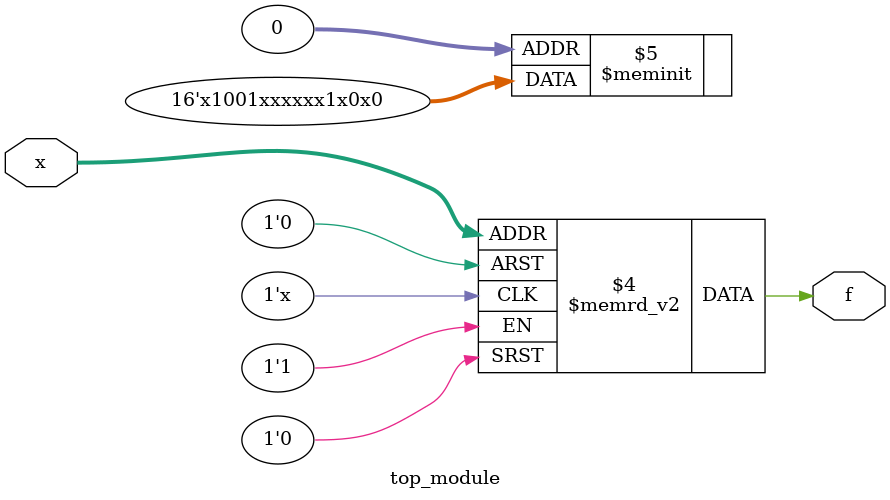
<source format=sv>
module top_module (
    input [4:1] x,
    output logic f
);

always_comb begin
    case ({x[4], x[3], x[2], x[1]})
        4'b0000, 4'b0010, 4'b1100, 4'b1101: f = 1'b0;
        4'b0100, 4'b1011, 4'b1110: f = 1'b1;
        4'b0001, 4'b0011, 4'b0111, 4'b1000, 4'b1001, 4'b1010, 4'b1111: f = 1'bx; // don't-care
        default: f = 1'bx;
    endcase
end

endmodule

</source>
